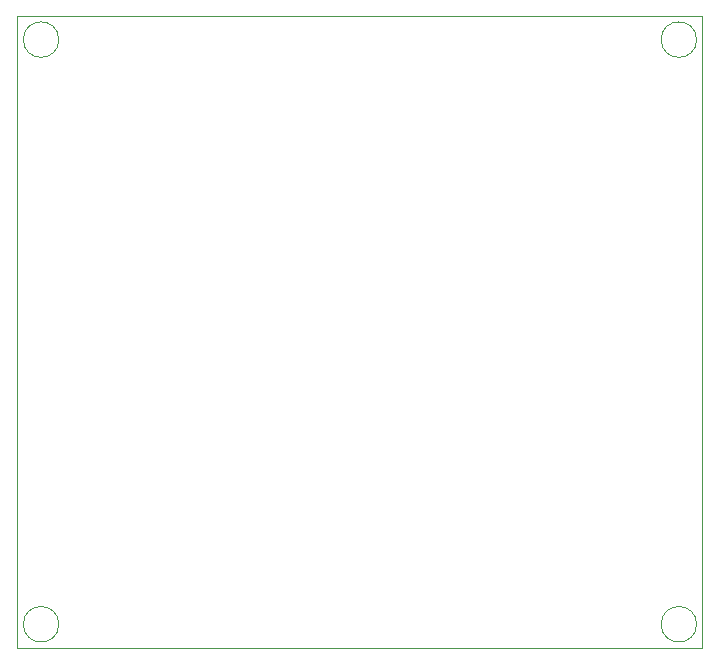
<source format=gbr>
G04 #@! TF.GenerationSoftware,KiCad,Pcbnew,(5.1.0-0)*
G04 #@! TF.CreationDate,2020-07-17T10:06:28-06:00*
G04 #@! TF.ProjectId,Monitor,4d6f6e69-746f-4722-9e6b-696361645f70,rev?*
G04 #@! TF.SameCoordinates,Original*
G04 #@! TF.FileFunction,Profile,NP*
%FSLAX46Y46*%
G04 Gerber Fmt 4.6, Leading zero omitted, Abs format (unit mm)*
G04 Created by KiCad (PCBNEW (5.1.0-0)) date 2020-07-17 10:06:28*
%MOMM*%
%LPD*%
G04 APERTURE LIST*
%ADD10C,0.050000*%
G04 APERTURE END LIST*
D10*
X123500000Y-113500000D02*
G75*
G03X123500000Y-113500000I-1500000J0D01*
G01*
X177500000Y-113500000D02*
G75*
G03X177500000Y-113500000I-1500000J0D01*
G01*
X123500000Y-64000000D02*
G75*
G03X123500000Y-64000000I-1500000J0D01*
G01*
X177500000Y-64000000D02*
G75*
G03X177500000Y-64000000I-1500000J0D01*
G01*
X178000000Y-115500000D02*
X178000000Y-62000000D01*
X120000000Y-115500000D02*
X178000000Y-115500000D01*
X120000000Y-115500000D02*
X120000000Y-62000000D01*
X178000000Y-62000000D02*
X120000000Y-62000000D01*
M02*

</source>
